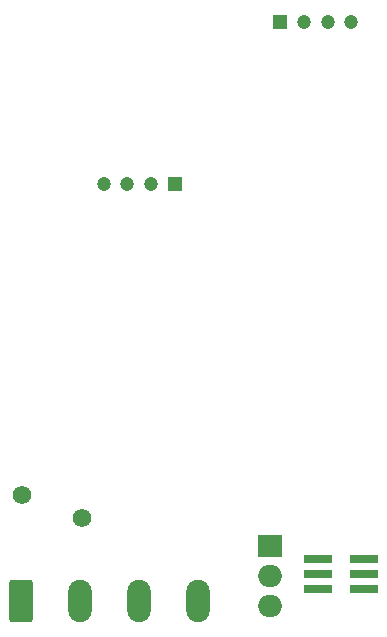
<source format=gbr>
%TF.GenerationSoftware,KiCad,Pcbnew,7.0.1*%
%TF.CreationDate,2024-02-27T21:29:27+01:00*%
%TF.ProjectId,PresenceDetection,50726573-656e-4636-9544-657465637469,rev?*%
%TF.SameCoordinates,Original*%
%TF.FileFunction,Soldermask,Bot*%
%TF.FilePolarity,Negative*%
%FSLAX46Y46*%
G04 Gerber Fmt 4.6, Leading zero omitted, Abs format (unit mm)*
G04 Created by KiCad (PCBNEW 7.0.1) date 2024-02-27 21:29:27*
%MOMM*%
%LPD*%
G01*
G04 APERTURE LIST*
G04 Aperture macros list*
%AMRoundRect*
0 Rectangle with rounded corners*
0 $1 Rounding radius*
0 $2 $3 $4 $5 $6 $7 $8 $9 X,Y pos of 4 corners*
0 Add a 4 corners polygon primitive as box body*
4,1,4,$2,$3,$4,$5,$6,$7,$8,$9,$2,$3,0*
0 Add four circle primitives for the rounded corners*
1,1,$1+$1,$2,$3*
1,1,$1+$1,$4,$5*
1,1,$1+$1,$6,$7*
1,1,$1+$1,$8,$9*
0 Add four rect primitives between the rounded corners*
20,1,$1+$1,$2,$3,$4,$5,0*
20,1,$1+$1,$4,$5,$6,$7,0*
20,1,$1+$1,$6,$7,$8,$9,0*
20,1,$1+$1,$8,$9,$2,$3,0*%
G04 Aperture macros list end*
%ADD10R,2.000000X1.905000*%
%ADD11O,2.000000X1.905000*%
%ADD12C,1.560000*%
%ADD13RoundRect,0.250000X-0.750000X-1.550000X0.750000X-1.550000X0.750000X1.550000X-0.750000X1.550000X0*%
%ADD14O,2.000000X3.600000*%
%ADD15R,1.200000X1.200000*%
%ADD16C,1.200000*%
%ADD17R,2.400000X0.740000*%
G04 APERTURE END LIST*
D10*
%TO.C,Q1*%
X152955000Y-129360000D03*
D11*
X152955000Y-131900000D03*
X152955000Y-134440000D03*
%TD*%
D12*
%TO.C,F1*%
X131900000Y-125100000D03*
X137000000Y-127000000D03*
%TD*%
D13*
%TO.C,J1*%
X131850000Y-134000000D03*
D14*
X136850000Y-134000000D03*
X141850000Y-134000000D03*
X146850000Y-134000000D03*
%TD*%
D15*
%TO.C,J2*%
X144860000Y-98700000D03*
D16*
X142860000Y-98700000D03*
X140860000Y-98700000D03*
X138860000Y-98700000D03*
D15*
X153800000Y-85000000D03*
D16*
X155800000Y-85000000D03*
X157800000Y-85000000D03*
X159800000Y-85000000D03*
%TD*%
D17*
%TO.C,J3*%
X160900000Y-130460000D03*
X157000000Y-130460000D03*
X160900000Y-131730000D03*
X157000000Y-131730000D03*
X160900000Y-133000000D03*
X157000000Y-133000000D03*
%TD*%
M02*

</source>
